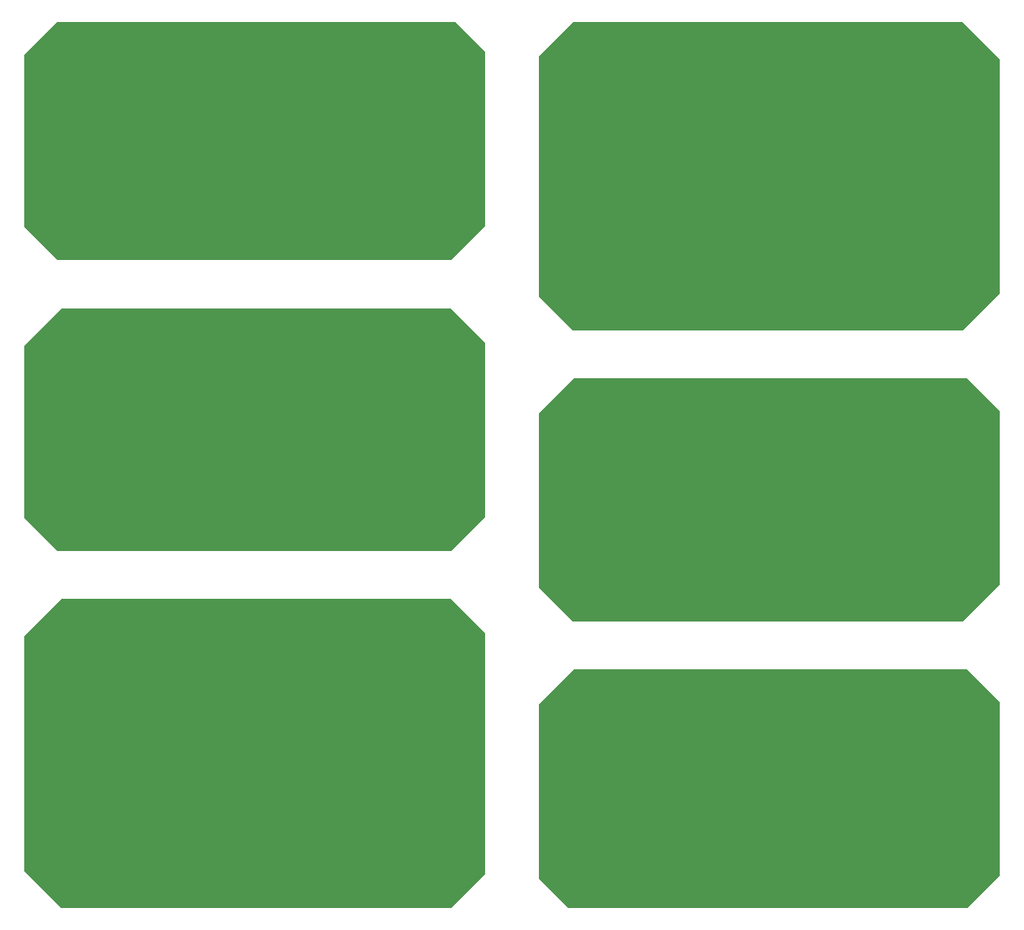
<source format=gbl>
G04*
G04 #@! TF.GenerationSoftware,Altium Limited,Altium Designer,23.8.1 (32)*
G04*
G04 Layer_Physical_Order=2*
G04 Layer_Color=16711680*
%FSLAX44Y44*%
%MOMM*%
G71*
G04*
G04 #@! TF.SameCoordinates,4367AEAE-D2C0-438D-9D7F-6733A8EB5FA7*
G04*
G04*
G04 #@! TF.FilePolarity,Positive*
G04*
G01*
G75*
%ADD15O,7.0000X4.5000*%
%ADD16R,12.0000X12.0000*%
%ADD17R,12.0000X12.0000*%
G36*
X-30000Y-188320D02*
X-30000Y-456720D01*
X-68182Y-494902D01*
X-503318D01*
X-544902Y-453318D01*
X-544902Y-191602D01*
X-503300Y-150000D01*
X-68320Y-150000D01*
X-30000Y-188320D01*
D02*
G37*
G36*
Y136680D02*
X-30000Y-57820D01*
X-68580Y-96400D01*
X-508000D01*
X-544902Y-59498D01*
X-544902Y133398D01*
X-503300Y175000D01*
X-68320Y175000D01*
X-30000Y136680D01*
D02*
G37*
G36*
Y461680D02*
X-30000Y267180D01*
X-68580Y228600D01*
X-508000D01*
X-544902Y265502D01*
X-544902Y458398D01*
X-508398Y494902D01*
X-63222D01*
X-30000Y461680D01*
D02*
G37*
G36*
X544902Y-265502D02*
X544902Y-458398D01*
X508398Y-494902D01*
X63222D01*
X30000Y-461680D01*
X30000Y-267180D01*
X68580Y-228600D01*
X508000D01*
X544902Y-265502D01*
D02*
G37*
G36*
X544902Y59498D02*
X544902Y-133398D01*
X503300Y-175000D01*
X68320Y-175000D01*
X30000Y-136680D01*
X30000Y57820D01*
X68580Y96400D01*
X508000D01*
X544902Y59498D01*
D02*
G37*
G36*
X544902Y453318D02*
X544902Y191602D01*
X503300Y150000D01*
X68320Y150000D01*
X30000Y188320D01*
X30000Y456720D01*
X68182Y494902D01*
X503318D01*
X544902Y453318D01*
D02*
G37*
D15*
X-150000Y450000D02*
D03*
X150000Y-450000D02*
D03*
X-150000Y-200000D02*
D03*
X150000Y-125000D02*
D03*
X-150000Y125000D02*
D03*
X150000Y200000D02*
D03*
D16*
X475000Y-373490D02*
D03*
Y0D02*
D03*
Y373490D02*
D03*
Y-373490D02*
D03*
Y0D02*
D03*
Y373490D02*
D03*
D17*
X-475000Y-373490D02*
D03*
Y0D02*
D03*
Y373490D02*
D03*
Y-373490D02*
D03*
Y0D02*
D03*
Y373490D02*
D03*
M02*

</source>
